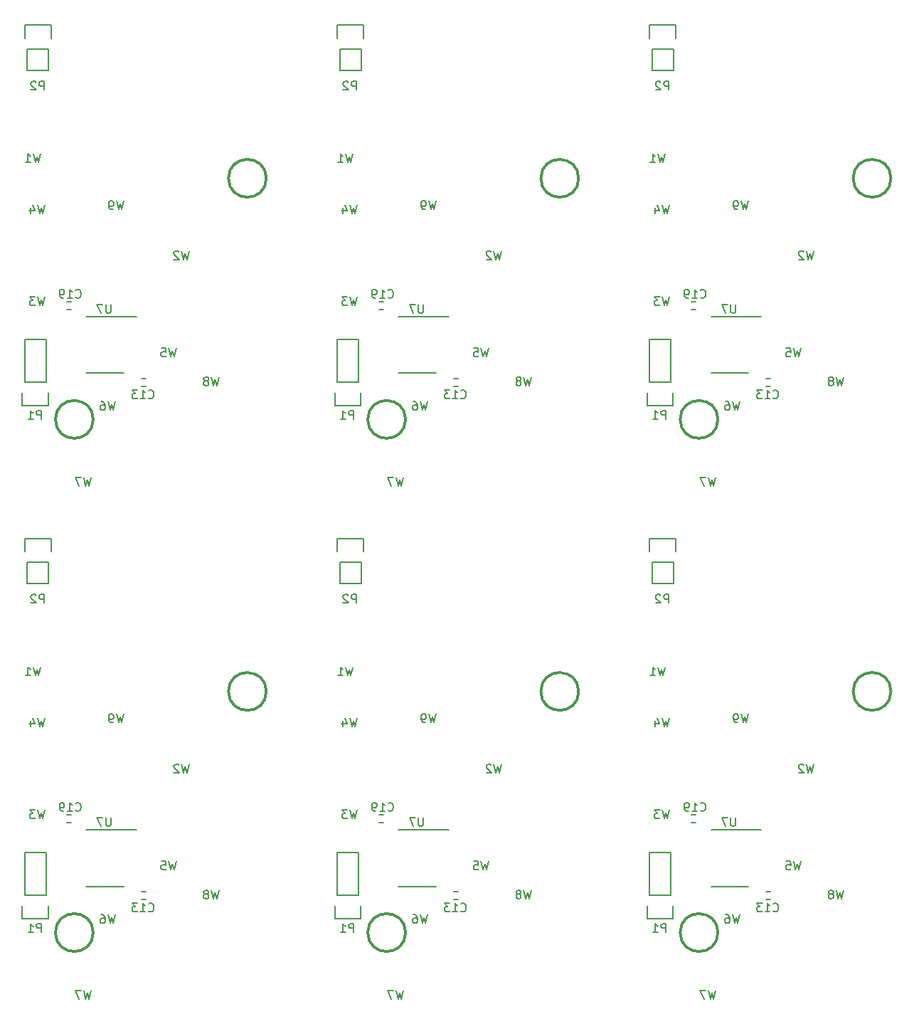
<source format=gbr>
G04 #@! TF.FileFunction,Legend,Bot*
%FSLAX46Y46*%
G04 Gerber Fmt 4.6, Leading zero omitted, Abs format (unit mm)*
G04 Created by KiCad (PCBNEW 4.0.2+dfsg1-stable) date Mon 02 May 2016 01:19:17 PM EDT*
%MOMM*%
G01*
G04 APERTURE LIST*
%ADD10C,0.100000*%
%ADD11C,0.307000*%
%ADD12C,0.150000*%
%ADD13C,0.127000*%
G04 APERTURE END LIST*
D10*
D11*
X116951000Y-92473000D02*
G75*
G03X116951000Y-92473000I-2250000J0D01*
G01*
X96351000Y-121163000D02*
G75*
G03X96351000Y-121163000I-2250000J0D01*
G01*
D12*
X99980000Y-115662400D02*
X95530000Y-115662400D01*
X101505000Y-108912400D02*
X95530000Y-108912400D01*
X93734200Y-108088200D02*
X93234200Y-108088200D01*
X93234200Y-107138200D02*
X93734200Y-107138200D01*
X102573400Y-117232200D02*
X102073400Y-117232200D01*
X102073400Y-116282200D02*
X102573400Y-116282200D01*
X88505800Y-77082400D02*
X88505800Y-79622400D01*
X88225800Y-74262400D02*
X88225800Y-75812400D01*
X88505800Y-77082400D02*
X91045800Y-77082400D01*
X91325800Y-75812400D02*
X91325800Y-74262400D01*
X91325800Y-74262400D02*
X88225800Y-74262400D01*
X91045800Y-77082400D02*
X91045800Y-79622400D01*
X91045800Y-79622400D02*
X88505800Y-79622400D01*
X88201000Y-116706400D02*
X88201000Y-111626400D01*
X88201000Y-111626400D02*
X90741000Y-111626400D01*
X90741000Y-111626400D02*
X90741000Y-116706400D01*
X91021000Y-119526400D02*
X91021000Y-117976400D01*
X90741000Y-116706400D02*
X88201000Y-116706400D01*
X87921000Y-117976400D02*
X87921000Y-119526400D01*
X87921000Y-119526400D02*
X91021000Y-119526400D01*
D11*
X116951000Y-31418000D02*
G75*
G03X116951000Y-31418000I-2250000J0D01*
G01*
X96351000Y-60108000D02*
G75*
G03X96351000Y-60108000I-2250000J0D01*
G01*
D12*
X99980000Y-54607400D02*
X95530000Y-54607400D01*
X101505000Y-47857400D02*
X95530000Y-47857400D01*
X93734200Y-47033200D02*
X93234200Y-47033200D01*
X93234200Y-46083200D02*
X93734200Y-46083200D01*
X102573400Y-56177200D02*
X102073400Y-56177200D01*
X102073400Y-55227200D02*
X102573400Y-55227200D01*
X88505800Y-16027400D02*
X88505800Y-18567400D01*
X88225800Y-13207400D02*
X88225800Y-14757400D01*
X88505800Y-16027400D02*
X91045800Y-16027400D01*
X91325800Y-14757400D02*
X91325800Y-13207400D01*
X91325800Y-13207400D02*
X88225800Y-13207400D01*
X91045800Y-16027400D02*
X91045800Y-18567400D01*
X91045800Y-18567400D02*
X88505800Y-18567400D01*
X88201000Y-55651400D02*
X88201000Y-50571400D01*
X88201000Y-50571400D02*
X90741000Y-50571400D01*
X90741000Y-50571400D02*
X90741000Y-55651400D01*
X91021000Y-58471400D02*
X91021000Y-56921400D01*
X90741000Y-55651400D02*
X88201000Y-55651400D01*
X87921000Y-56921400D02*
X87921000Y-58471400D01*
X87921000Y-58471400D02*
X91021000Y-58471400D01*
D11*
X79772000Y-92473000D02*
G75*
G03X79772000Y-92473000I-2250000J0D01*
G01*
X59172000Y-121163000D02*
G75*
G03X59172000Y-121163000I-2250000J0D01*
G01*
D12*
X62801000Y-115662400D02*
X58351000Y-115662400D01*
X64326000Y-108912400D02*
X58351000Y-108912400D01*
X56555200Y-108088200D02*
X56055200Y-108088200D01*
X56055200Y-107138200D02*
X56555200Y-107138200D01*
X65394400Y-117232200D02*
X64894400Y-117232200D01*
X64894400Y-116282200D02*
X65394400Y-116282200D01*
X51326800Y-77082400D02*
X51326800Y-79622400D01*
X51046800Y-74262400D02*
X51046800Y-75812400D01*
X51326800Y-77082400D02*
X53866800Y-77082400D01*
X54146800Y-75812400D02*
X54146800Y-74262400D01*
X54146800Y-74262400D02*
X51046800Y-74262400D01*
X53866800Y-77082400D02*
X53866800Y-79622400D01*
X53866800Y-79622400D02*
X51326800Y-79622400D01*
X51022000Y-116706400D02*
X51022000Y-111626400D01*
X51022000Y-111626400D02*
X53562000Y-111626400D01*
X53562000Y-111626400D02*
X53562000Y-116706400D01*
X53842000Y-119526400D02*
X53842000Y-117976400D01*
X53562000Y-116706400D02*
X51022000Y-116706400D01*
X50742000Y-117976400D02*
X50742000Y-119526400D01*
X50742000Y-119526400D02*
X53842000Y-119526400D01*
D11*
X79772000Y-31418000D02*
G75*
G03X79772000Y-31418000I-2250000J0D01*
G01*
X59172000Y-60108000D02*
G75*
G03X59172000Y-60108000I-2250000J0D01*
G01*
D12*
X62801000Y-54607400D02*
X58351000Y-54607400D01*
X64326000Y-47857400D02*
X58351000Y-47857400D01*
X56555200Y-47033200D02*
X56055200Y-47033200D01*
X56055200Y-46083200D02*
X56555200Y-46083200D01*
X65394400Y-56177200D02*
X64894400Y-56177200D01*
X64894400Y-55227200D02*
X65394400Y-55227200D01*
X51326800Y-16027400D02*
X51326800Y-18567400D01*
X51046800Y-13207400D02*
X51046800Y-14757400D01*
X51326800Y-16027400D02*
X53866800Y-16027400D01*
X54146800Y-14757400D02*
X54146800Y-13207400D01*
X54146800Y-13207400D02*
X51046800Y-13207400D01*
X53866800Y-16027400D02*
X53866800Y-18567400D01*
X53866800Y-18567400D02*
X51326800Y-18567400D01*
X51022000Y-55651400D02*
X51022000Y-50571400D01*
X51022000Y-50571400D02*
X53562000Y-50571400D01*
X53562000Y-50571400D02*
X53562000Y-55651400D01*
X53842000Y-58471400D02*
X53842000Y-56921400D01*
X53562000Y-55651400D02*
X51022000Y-55651400D01*
X50742000Y-56921400D02*
X50742000Y-58471400D01*
X50742000Y-58471400D02*
X53842000Y-58471400D01*
D11*
X42593000Y-92473000D02*
G75*
G03X42593000Y-92473000I-2250000J0D01*
G01*
X21993000Y-121163000D02*
G75*
G03X21993000Y-121163000I-2250000J0D01*
G01*
D12*
X25622000Y-115662400D02*
X21172000Y-115662400D01*
X27147000Y-108912400D02*
X21172000Y-108912400D01*
X19376200Y-108088200D02*
X18876200Y-108088200D01*
X18876200Y-107138200D02*
X19376200Y-107138200D01*
X28215400Y-117232200D02*
X27715400Y-117232200D01*
X27715400Y-116282200D02*
X28215400Y-116282200D01*
X14147800Y-77082400D02*
X14147800Y-79622400D01*
X13867800Y-74262400D02*
X13867800Y-75812400D01*
X14147800Y-77082400D02*
X16687800Y-77082400D01*
X16967800Y-75812400D02*
X16967800Y-74262400D01*
X16967800Y-74262400D02*
X13867800Y-74262400D01*
X16687800Y-77082400D02*
X16687800Y-79622400D01*
X16687800Y-79622400D02*
X14147800Y-79622400D01*
X13843000Y-116706400D02*
X13843000Y-111626400D01*
X13843000Y-111626400D02*
X16383000Y-111626400D01*
X16383000Y-111626400D02*
X16383000Y-116706400D01*
X16663000Y-119526400D02*
X16663000Y-117976400D01*
X16383000Y-116706400D02*
X13843000Y-116706400D01*
X13563000Y-117976400D02*
X13563000Y-119526400D01*
X13563000Y-119526400D02*
X16663000Y-119526400D01*
X13843000Y-55651400D02*
X13843000Y-50571400D01*
X13843000Y-50571400D02*
X16383000Y-50571400D01*
X16383000Y-50571400D02*
X16383000Y-55651400D01*
X16663000Y-58471400D02*
X16663000Y-56921400D01*
X16383000Y-55651400D02*
X13843000Y-55651400D01*
X13563000Y-56921400D02*
X13563000Y-58471400D01*
X13563000Y-58471400D02*
X16663000Y-58471400D01*
X14147800Y-16027400D02*
X14147800Y-18567400D01*
X13867800Y-13207400D02*
X13867800Y-14757400D01*
X14147800Y-16027400D02*
X16687800Y-16027400D01*
X16967800Y-14757400D02*
X16967800Y-13207400D01*
X16967800Y-13207400D02*
X13867800Y-13207400D01*
X16687800Y-16027400D02*
X16687800Y-18567400D01*
X16687800Y-18567400D02*
X14147800Y-18567400D01*
X28215400Y-56177200D02*
X27715400Y-56177200D01*
X27715400Y-55227200D02*
X28215400Y-55227200D01*
X19376200Y-47033200D02*
X18876200Y-47033200D01*
X18876200Y-46083200D02*
X19376200Y-46083200D01*
X25622000Y-54607400D02*
X21172000Y-54607400D01*
X27147000Y-47857400D02*
X21172000Y-47857400D01*
D11*
X42593000Y-31418000D02*
G75*
G03X42593000Y-31418000I-2250000J0D01*
G01*
X21993000Y-60108000D02*
G75*
G03X21993000Y-60108000I-2250000J0D01*
G01*
D12*
X90070962Y-89590381D02*
X89832867Y-90590381D01*
X89642390Y-89876095D01*
X89451914Y-90590381D01*
X89213819Y-89590381D01*
X88309057Y-90590381D02*
X88880486Y-90590381D01*
X88594772Y-90590381D02*
X88594772Y-89590381D01*
X88690010Y-89733238D01*
X88785248Y-89828476D01*
X88880486Y-89876095D01*
D13*
X98449295Y-107488619D02*
X98449295Y-108311095D01*
X98400914Y-108407857D01*
X98352533Y-108456238D01*
X98255771Y-108504619D01*
X98062248Y-108504619D01*
X97965486Y-108456238D01*
X97917105Y-108407857D01*
X97868724Y-108311095D01*
X97868724Y-107488619D01*
X97481676Y-107488619D02*
X96804343Y-107488619D01*
X97239771Y-108504619D01*
X99991438Y-95169619D02*
X99749533Y-96185619D01*
X99556010Y-95459905D01*
X99362486Y-96185619D01*
X99120581Y-95169619D01*
X98685152Y-96185619D02*
X98491628Y-96185619D01*
X98394867Y-96137238D01*
X98346486Y-96088857D01*
X98249724Y-95943714D01*
X98201343Y-95750190D01*
X98201343Y-95363143D01*
X98249724Y-95266381D01*
X98298105Y-95218000D01*
X98394867Y-95169619D01*
X98588390Y-95169619D01*
X98685152Y-95218000D01*
X98733533Y-95266381D01*
X98781914Y-95363143D01*
X98781914Y-95605048D01*
X98733533Y-95701810D01*
X98685152Y-95750190D01*
X98588390Y-95798571D01*
X98394867Y-95798571D01*
X98298105Y-95750190D01*
X98249724Y-95701810D01*
X98201343Y-95605048D01*
X90593438Y-106599619D02*
X90351533Y-107615619D01*
X90158010Y-106889905D01*
X89964486Y-107615619D01*
X89722581Y-106599619D01*
X89432295Y-106599619D02*
X88803343Y-106599619D01*
X89142009Y-106986667D01*
X88996867Y-106986667D01*
X88900105Y-107035048D01*
X88851724Y-107083429D01*
X88803343Y-107180190D01*
X88803343Y-107422095D01*
X88851724Y-107518857D01*
X88900105Y-107567238D01*
X88996867Y-107615619D01*
X89287152Y-107615619D01*
X89383914Y-107567238D01*
X89432295Y-107518857D01*
X94264343Y-106629857D02*
X94312724Y-106678238D01*
X94457867Y-106726619D01*
X94554629Y-106726619D01*
X94699771Y-106678238D01*
X94796533Y-106581476D01*
X94844914Y-106484714D01*
X94893295Y-106291190D01*
X94893295Y-106146048D01*
X94844914Y-105952524D01*
X94796533Y-105855762D01*
X94699771Y-105759000D01*
X94554629Y-105710619D01*
X94457867Y-105710619D01*
X94312724Y-105759000D01*
X94264343Y-105807381D01*
X93296724Y-106726619D02*
X93877295Y-106726619D01*
X93587009Y-106726619D02*
X93587009Y-105710619D01*
X93683771Y-105855762D01*
X93780533Y-105952524D01*
X93877295Y-106000905D01*
X92812914Y-106726619D02*
X92619390Y-106726619D01*
X92522629Y-106678238D01*
X92474248Y-106629857D01*
X92377486Y-106484714D01*
X92329105Y-106291190D01*
X92329105Y-105904143D01*
X92377486Y-105807381D01*
X92425867Y-105759000D01*
X92522629Y-105710619D01*
X92716152Y-105710619D01*
X92812914Y-105759000D01*
X92861295Y-105807381D01*
X92909676Y-105904143D01*
X92909676Y-106146048D01*
X92861295Y-106242810D01*
X92812914Y-106291190D01*
X92716152Y-106339571D01*
X92522629Y-106339571D01*
X92425867Y-106291190D01*
X92377486Y-106242810D01*
X92329105Y-106146048D01*
X102925743Y-118593257D02*
X102974124Y-118641638D01*
X103119267Y-118690019D01*
X103216029Y-118690019D01*
X103361171Y-118641638D01*
X103457933Y-118544876D01*
X103506314Y-118448114D01*
X103554695Y-118254590D01*
X103554695Y-118109448D01*
X103506314Y-117915924D01*
X103457933Y-117819162D01*
X103361171Y-117722400D01*
X103216029Y-117674019D01*
X103119267Y-117674019D01*
X102974124Y-117722400D01*
X102925743Y-117770781D01*
X101958124Y-118690019D02*
X102538695Y-118690019D01*
X102248409Y-118690019D02*
X102248409Y-117674019D01*
X102345171Y-117819162D01*
X102441933Y-117915924D01*
X102538695Y-117964305D01*
X101619457Y-117674019D02*
X100990505Y-117674019D01*
X101329171Y-118061067D01*
X101184029Y-118061067D01*
X101087267Y-118109448D01*
X101038886Y-118157829D01*
X100990505Y-118254590D01*
X100990505Y-118496495D01*
X101038886Y-118593257D01*
X101087267Y-118641638D01*
X101184029Y-118690019D01*
X101474314Y-118690019D01*
X101571076Y-118641638D01*
X101619457Y-118593257D01*
X90474904Y-81961619D02*
X90474904Y-80945619D01*
X90087857Y-80945619D01*
X89991095Y-80994000D01*
X89942714Y-81042381D01*
X89894333Y-81139143D01*
X89894333Y-81284286D01*
X89942714Y-81381048D01*
X89991095Y-81429429D01*
X90087857Y-81477810D01*
X90474904Y-81477810D01*
X89507285Y-81042381D02*
X89458904Y-80994000D01*
X89362142Y-80945619D01*
X89120238Y-80945619D01*
X89023476Y-80994000D01*
X88975095Y-81042381D01*
X88926714Y-81139143D01*
X88926714Y-81235905D01*
X88975095Y-81381048D01*
X89555666Y-81961619D01*
X88926714Y-81961619D01*
X111294438Y-116124619D02*
X111052533Y-117140619D01*
X110859010Y-116414905D01*
X110665486Y-117140619D01*
X110423581Y-116124619D01*
X109891390Y-116560048D02*
X109988152Y-116511667D01*
X110036533Y-116463286D01*
X110084914Y-116366524D01*
X110084914Y-116318143D01*
X110036533Y-116221381D01*
X109988152Y-116173000D01*
X109891390Y-116124619D01*
X109697867Y-116124619D01*
X109601105Y-116173000D01*
X109552724Y-116221381D01*
X109504343Y-116318143D01*
X109504343Y-116366524D01*
X109552724Y-116463286D01*
X109601105Y-116511667D01*
X109697867Y-116560048D01*
X109891390Y-116560048D01*
X109988152Y-116608429D01*
X110036533Y-116656810D01*
X110084914Y-116753571D01*
X110084914Y-116947095D01*
X110036533Y-117043857D01*
X109988152Y-117092238D01*
X109891390Y-117140619D01*
X109697867Y-117140619D01*
X109601105Y-117092238D01*
X109552724Y-117043857D01*
X109504343Y-116947095D01*
X109504343Y-116753571D01*
X109552724Y-116656810D01*
X109601105Y-116608429D01*
X109697867Y-116560048D01*
X96079838Y-128062619D02*
X95837933Y-129078619D01*
X95644410Y-128352905D01*
X95450886Y-129078619D01*
X95208981Y-128062619D01*
X94918695Y-128062619D02*
X94241362Y-128062619D01*
X94676790Y-129078619D01*
X98975438Y-119045619D02*
X98733533Y-120061619D01*
X98540010Y-119335905D01*
X98346486Y-120061619D01*
X98104581Y-119045619D01*
X97282105Y-119045619D02*
X97475628Y-119045619D01*
X97572390Y-119094000D01*
X97620771Y-119142381D01*
X97717533Y-119287524D01*
X97765914Y-119481048D01*
X97765914Y-119868095D01*
X97717533Y-119964857D01*
X97669152Y-120013238D01*
X97572390Y-120061619D01*
X97378867Y-120061619D01*
X97282105Y-120013238D01*
X97233724Y-119964857D01*
X97185343Y-119868095D01*
X97185343Y-119626190D01*
X97233724Y-119529429D01*
X97282105Y-119481048D01*
X97378867Y-119432667D01*
X97572390Y-119432667D01*
X97669152Y-119481048D01*
X97717533Y-119529429D01*
X97765914Y-119626190D01*
X106214438Y-112695619D02*
X105972533Y-113711619D01*
X105779010Y-112985905D01*
X105585486Y-113711619D01*
X105343581Y-112695619D01*
X104472724Y-112695619D02*
X104956533Y-112695619D01*
X105004914Y-113179429D01*
X104956533Y-113131048D01*
X104859771Y-113082667D01*
X104617867Y-113082667D01*
X104521105Y-113131048D01*
X104472724Y-113179429D01*
X104424343Y-113276190D01*
X104424343Y-113518095D01*
X104472724Y-113614857D01*
X104521105Y-113663238D01*
X104617867Y-113711619D01*
X104859771Y-113711619D01*
X104956533Y-113663238D01*
X105004914Y-113614857D01*
X90593438Y-95677619D02*
X90351533Y-96693619D01*
X90158010Y-95967905D01*
X89964486Y-96693619D01*
X89722581Y-95677619D01*
X88900105Y-96016286D02*
X88900105Y-96693619D01*
X89142009Y-95629238D02*
X89383914Y-96354952D01*
X88754962Y-96354952D01*
X107738438Y-101138619D02*
X107496533Y-102154619D01*
X107303010Y-101428905D01*
X107109486Y-102154619D01*
X106867581Y-101138619D01*
X106528914Y-101235381D02*
X106480533Y-101187000D01*
X106383771Y-101138619D01*
X106141867Y-101138619D01*
X106045105Y-101187000D01*
X105996724Y-101235381D01*
X105948343Y-101332143D01*
X105948343Y-101428905D01*
X105996724Y-101574048D01*
X106577295Y-102154619D01*
X105948343Y-102154619D01*
X90170104Y-121128419D02*
X90170104Y-120112419D01*
X89783057Y-120112419D01*
X89686295Y-120160800D01*
X89637914Y-120209181D01*
X89589533Y-120305943D01*
X89589533Y-120451086D01*
X89637914Y-120547848D01*
X89686295Y-120596229D01*
X89783057Y-120644610D01*
X90170104Y-120644610D01*
X88621914Y-121128419D02*
X89202485Y-121128419D01*
X88912199Y-121128419D02*
X88912199Y-120112419D01*
X89008961Y-120257562D01*
X89105723Y-120354324D01*
X89202485Y-120402705D01*
D12*
X90070962Y-28535381D02*
X89832867Y-29535381D01*
X89642390Y-28821095D01*
X89451914Y-29535381D01*
X89213819Y-28535381D01*
X88309057Y-29535381D02*
X88880486Y-29535381D01*
X88594772Y-29535381D02*
X88594772Y-28535381D01*
X88690010Y-28678238D01*
X88785248Y-28773476D01*
X88880486Y-28821095D01*
D13*
X98449295Y-46433619D02*
X98449295Y-47256095D01*
X98400914Y-47352857D01*
X98352533Y-47401238D01*
X98255771Y-47449619D01*
X98062248Y-47449619D01*
X97965486Y-47401238D01*
X97917105Y-47352857D01*
X97868724Y-47256095D01*
X97868724Y-46433619D01*
X97481676Y-46433619D02*
X96804343Y-46433619D01*
X97239771Y-47449619D01*
X99991438Y-34114619D02*
X99749533Y-35130619D01*
X99556010Y-34404905D01*
X99362486Y-35130619D01*
X99120581Y-34114619D01*
X98685152Y-35130619D02*
X98491628Y-35130619D01*
X98394867Y-35082238D01*
X98346486Y-35033857D01*
X98249724Y-34888714D01*
X98201343Y-34695190D01*
X98201343Y-34308143D01*
X98249724Y-34211381D01*
X98298105Y-34163000D01*
X98394867Y-34114619D01*
X98588390Y-34114619D01*
X98685152Y-34163000D01*
X98733533Y-34211381D01*
X98781914Y-34308143D01*
X98781914Y-34550048D01*
X98733533Y-34646810D01*
X98685152Y-34695190D01*
X98588390Y-34743571D01*
X98394867Y-34743571D01*
X98298105Y-34695190D01*
X98249724Y-34646810D01*
X98201343Y-34550048D01*
X90593438Y-45544619D02*
X90351533Y-46560619D01*
X90158010Y-45834905D01*
X89964486Y-46560619D01*
X89722581Y-45544619D01*
X89432295Y-45544619D02*
X88803343Y-45544619D01*
X89142009Y-45931667D01*
X88996867Y-45931667D01*
X88900105Y-45980048D01*
X88851724Y-46028429D01*
X88803343Y-46125190D01*
X88803343Y-46367095D01*
X88851724Y-46463857D01*
X88900105Y-46512238D01*
X88996867Y-46560619D01*
X89287152Y-46560619D01*
X89383914Y-46512238D01*
X89432295Y-46463857D01*
X94264343Y-45574857D02*
X94312724Y-45623238D01*
X94457867Y-45671619D01*
X94554629Y-45671619D01*
X94699771Y-45623238D01*
X94796533Y-45526476D01*
X94844914Y-45429714D01*
X94893295Y-45236190D01*
X94893295Y-45091048D01*
X94844914Y-44897524D01*
X94796533Y-44800762D01*
X94699771Y-44704000D01*
X94554629Y-44655619D01*
X94457867Y-44655619D01*
X94312724Y-44704000D01*
X94264343Y-44752381D01*
X93296724Y-45671619D02*
X93877295Y-45671619D01*
X93587009Y-45671619D02*
X93587009Y-44655619D01*
X93683771Y-44800762D01*
X93780533Y-44897524D01*
X93877295Y-44945905D01*
X92812914Y-45671619D02*
X92619390Y-45671619D01*
X92522629Y-45623238D01*
X92474248Y-45574857D01*
X92377486Y-45429714D01*
X92329105Y-45236190D01*
X92329105Y-44849143D01*
X92377486Y-44752381D01*
X92425867Y-44704000D01*
X92522629Y-44655619D01*
X92716152Y-44655619D01*
X92812914Y-44704000D01*
X92861295Y-44752381D01*
X92909676Y-44849143D01*
X92909676Y-45091048D01*
X92861295Y-45187810D01*
X92812914Y-45236190D01*
X92716152Y-45284571D01*
X92522629Y-45284571D01*
X92425867Y-45236190D01*
X92377486Y-45187810D01*
X92329105Y-45091048D01*
X102925743Y-57538257D02*
X102974124Y-57586638D01*
X103119267Y-57635019D01*
X103216029Y-57635019D01*
X103361171Y-57586638D01*
X103457933Y-57489876D01*
X103506314Y-57393114D01*
X103554695Y-57199590D01*
X103554695Y-57054448D01*
X103506314Y-56860924D01*
X103457933Y-56764162D01*
X103361171Y-56667400D01*
X103216029Y-56619019D01*
X103119267Y-56619019D01*
X102974124Y-56667400D01*
X102925743Y-56715781D01*
X101958124Y-57635019D02*
X102538695Y-57635019D01*
X102248409Y-57635019D02*
X102248409Y-56619019D01*
X102345171Y-56764162D01*
X102441933Y-56860924D01*
X102538695Y-56909305D01*
X101619457Y-56619019D02*
X100990505Y-56619019D01*
X101329171Y-57006067D01*
X101184029Y-57006067D01*
X101087267Y-57054448D01*
X101038886Y-57102829D01*
X100990505Y-57199590D01*
X100990505Y-57441495D01*
X101038886Y-57538257D01*
X101087267Y-57586638D01*
X101184029Y-57635019D01*
X101474314Y-57635019D01*
X101571076Y-57586638D01*
X101619457Y-57538257D01*
X90474904Y-20906619D02*
X90474904Y-19890619D01*
X90087857Y-19890619D01*
X89991095Y-19939000D01*
X89942714Y-19987381D01*
X89894333Y-20084143D01*
X89894333Y-20229286D01*
X89942714Y-20326048D01*
X89991095Y-20374429D01*
X90087857Y-20422810D01*
X90474904Y-20422810D01*
X89507285Y-19987381D02*
X89458904Y-19939000D01*
X89362142Y-19890619D01*
X89120238Y-19890619D01*
X89023476Y-19939000D01*
X88975095Y-19987381D01*
X88926714Y-20084143D01*
X88926714Y-20180905D01*
X88975095Y-20326048D01*
X89555666Y-20906619D01*
X88926714Y-20906619D01*
X111294438Y-55069619D02*
X111052533Y-56085619D01*
X110859010Y-55359905D01*
X110665486Y-56085619D01*
X110423581Y-55069619D01*
X109891390Y-55505048D02*
X109988152Y-55456667D01*
X110036533Y-55408286D01*
X110084914Y-55311524D01*
X110084914Y-55263143D01*
X110036533Y-55166381D01*
X109988152Y-55118000D01*
X109891390Y-55069619D01*
X109697867Y-55069619D01*
X109601105Y-55118000D01*
X109552724Y-55166381D01*
X109504343Y-55263143D01*
X109504343Y-55311524D01*
X109552724Y-55408286D01*
X109601105Y-55456667D01*
X109697867Y-55505048D01*
X109891390Y-55505048D01*
X109988152Y-55553429D01*
X110036533Y-55601810D01*
X110084914Y-55698571D01*
X110084914Y-55892095D01*
X110036533Y-55988857D01*
X109988152Y-56037238D01*
X109891390Y-56085619D01*
X109697867Y-56085619D01*
X109601105Y-56037238D01*
X109552724Y-55988857D01*
X109504343Y-55892095D01*
X109504343Y-55698571D01*
X109552724Y-55601810D01*
X109601105Y-55553429D01*
X109697867Y-55505048D01*
X96079838Y-67007619D02*
X95837933Y-68023619D01*
X95644410Y-67297905D01*
X95450886Y-68023619D01*
X95208981Y-67007619D01*
X94918695Y-67007619D02*
X94241362Y-67007619D01*
X94676790Y-68023619D01*
X98975438Y-57990619D02*
X98733533Y-59006619D01*
X98540010Y-58280905D01*
X98346486Y-59006619D01*
X98104581Y-57990619D01*
X97282105Y-57990619D02*
X97475628Y-57990619D01*
X97572390Y-58039000D01*
X97620771Y-58087381D01*
X97717533Y-58232524D01*
X97765914Y-58426048D01*
X97765914Y-58813095D01*
X97717533Y-58909857D01*
X97669152Y-58958238D01*
X97572390Y-59006619D01*
X97378867Y-59006619D01*
X97282105Y-58958238D01*
X97233724Y-58909857D01*
X97185343Y-58813095D01*
X97185343Y-58571190D01*
X97233724Y-58474429D01*
X97282105Y-58426048D01*
X97378867Y-58377667D01*
X97572390Y-58377667D01*
X97669152Y-58426048D01*
X97717533Y-58474429D01*
X97765914Y-58571190D01*
X106214438Y-51640619D02*
X105972533Y-52656619D01*
X105779010Y-51930905D01*
X105585486Y-52656619D01*
X105343581Y-51640619D01*
X104472724Y-51640619D02*
X104956533Y-51640619D01*
X105004914Y-52124429D01*
X104956533Y-52076048D01*
X104859771Y-52027667D01*
X104617867Y-52027667D01*
X104521105Y-52076048D01*
X104472724Y-52124429D01*
X104424343Y-52221190D01*
X104424343Y-52463095D01*
X104472724Y-52559857D01*
X104521105Y-52608238D01*
X104617867Y-52656619D01*
X104859771Y-52656619D01*
X104956533Y-52608238D01*
X105004914Y-52559857D01*
X90593438Y-34622619D02*
X90351533Y-35638619D01*
X90158010Y-34912905D01*
X89964486Y-35638619D01*
X89722581Y-34622619D01*
X88900105Y-34961286D02*
X88900105Y-35638619D01*
X89142009Y-34574238D02*
X89383914Y-35299952D01*
X88754962Y-35299952D01*
X107738438Y-40083619D02*
X107496533Y-41099619D01*
X107303010Y-40373905D01*
X107109486Y-41099619D01*
X106867581Y-40083619D01*
X106528914Y-40180381D02*
X106480533Y-40132000D01*
X106383771Y-40083619D01*
X106141867Y-40083619D01*
X106045105Y-40132000D01*
X105996724Y-40180381D01*
X105948343Y-40277143D01*
X105948343Y-40373905D01*
X105996724Y-40519048D01*
X106577295Y-41099619D01*
X105948343Y-41099619D01*
X90170104Y-60073419D02*
X90170104Y-59057419D01*
X89783057Y-59057419D01*
X89686295Y-59105800D01*
X89637914Y-59154181D01*
X89589533Y-59250943D01*
X89589533Y-59396086D01*
X89637914Y-59492848D01*
X89686295Y-59541229D01*
X89783057Y-59589610D01*
X90170104Y-59589610D01*
X88621914Y-60073419D02*
X89202485Y-60073419D01*
X88912199Y-60073419D02*
X88912199Y-59057419D01*
X89008961Y-59202562D01*
X89105723Y-59299324D01*
X89202485Y-59347705D01*
D12*
X52891962Y-89590381D02*
X52653867Y-90590381D01*
X52463390Y-89876095D01*
X52272914Y-90590381D01*
X52034819Y-89590381D01*
X51130057Y-90590381D02*
X51701486Y-90590381D01*
X51415772Y-90590381D02*
X51415772Y-89590381D01*
X51511010Y-89733238D01*
X51606248Y-89828476D01*
X51701486Y-89876095D01*
D13*
X61270295Y-107488619D02*
X61270295Y-108311095D01*
X61221914Y-108407857D01*
X61173533Y-108456238D01*
X61076771Y-108504619D01*
X60883248Y-108504619D01*
X60786486Y-108456238D01*
X60738105Y-108407857D01*
X60689724Y-108311095D01*
X60689724Y-107488619D01*
X60302676Y-107488619D02*
X59625343Y-107488619D01*
X60060771Y-108504619D01*
X62812438Y-95169619D02*
X62570533Y-96185619D01*
X62377010Y-95459905D01*
X62183486Y-96185619D01*
X61941581Y-95169619D01*
X61506152Y-96185619D02*
X61312628Y-96185619D01*
X61215867Y-96137238D01*
X61167486Y-96088857D01*
X61070724Y-95943714D01*
X61022343Y-95750190D01*
X61022343Y-95363143D01*
X61070724Y-95266381D01*
X61119105Y-95218000D01*
X61215867Y-95169619D01*
X61409390Y-95169619D01*
X61506152Y-95218000D01*
X61554533Y-95266381D01*
X61602914Y-95363143D01*
X61602914Y-95605048D01*
X61554533Y-95701810D01*
X61506152Y-95750190D01*
X61409390Y-95798571D01*
X61215867Y-95798571D01*
X61119105Y-95750190D01*
X61070724Y-95701810D01*
X61022343Y-95605048D01*
X53414438Y-106599619D02*
X53172533Y-107615619D01*
X52979010Y-106889905D01*
X52785486Y-107615619D01*
X52543581Y-106599619D01*
X52253295Y-106599619D02*
X51624343Y-106599619D01*
X51963009Y-106986667D01*
X51817867Y-106986667D01*
X51721105Y-107035048D01*
X51672724Y-107083429D01*
X51624343Y-107180190D01*
X51624343Y-107422095D01*
X51672724Y-107518857D01*
X51721105Y-107567238D01*
X51817867Y-107615619D01*
X52108152Y-107615619D01*
X52204914Y-107567238D01*
X52253295Y-107518857D01*
X57085343Y-106629857D02*
X57133724Y-106678238D01*
X57278867Y-106726619D01*
X57375629Y-106726619D01*
X57520771Y-106678238D01*
X57617533Y-106581476D01*
X57665914Y-106484714D01*
X57714295Y-106291190D01*
X57714295Y-106146048D01*
X57665914Y-105952524D01*
X57617533Y-105855762D01*
X57520771Y-105759000D01*
X57375629Y-105710619D01*
X57278867Y-105710619D01*
X57133724Y-105759000D01*
X57085343Y-105807381D01*
X56117724Y-106726619D02*
X56698295Y-106726619D01*
X56408009Y-106726619D02*
X56408009Y-105710619D01*
X56504771Y-105855762D01*
X56601533Y-105952524D01*
X56698295Y-106000905D01*
X55633914Y-106726619D02*
X55440390Y-106726619D01*
X55343629Y-106678238D01*
X55295248Y-106629857D01*
X55198486Y-106484714D01*
X55150105Y-106291190D01*
X55150105Y-105904143D01*
X55198486Y-105807381D01*
X55246867Y-105759000D01*
X55343629Y-105710619D01*
X55537152Y-105710619D01*
X55633914Y-105759000D01*
X55682295Y-105807381D01*
X55730676Y-105904143D01*
X55730676Y-106146048D01*
X55682295Y-106242810D01*
X55633914Y-106291190D01*
X55537152Y-106339571D01*
X55343629Y-106339571D01*
X55246867Y-106291190D01*
X55198486Y-106242810D01*
X55150105Y-106146048D01*
X65746743Y-118593257D02*
X65795124Y-118641638D01*
X65940267Y-118690019D01*
X66037029Y-118690019D01*
X66182171Y-118641638D01*
X66278933Y-118544876D01*
X66327314Y-118448114D01*
X66375695Y-118254590D01*
X66375695Y-118109448D01*
X66327314Y-117915924D01*
X66278933Y-117819162D01*
X66182171Y-117722400D01*
X66037029Y-117674019D01*
X65940267Y-117674019D01*
X65795124Y-117722400D01*
X65746743Y-117770781D01*
X64779124Y-118690019D02*
X65359695Y-118690019D01*
X65069409Y-118690019D02*
X65069409Y-117674019D01*
X65166171Y-117819162D01*
X65262933Y-117915924D01*
X65359695Y-117964305D01*
X64440457Y-117674019D02*
X63811505Y-117674019D01*
X64150171Y-118061067D01*
X64005029Y-118061067D01*
X63908267Y-118109448D01*
X63859886Y-118157829D01*
X63811505Y-118254590D01*
X63811505Y-118496495D01*
X63859886Y-118593257D01*
X63908267Y-118641638D01*
X64005029Y-118690019D01*
X64295314Y-118690019D01*
X64392076Y-118641638D01*
X64440457Y-118593257D01*
X53295904Y-81961619D02*
X53295904Y-80945619D01*
X52908857Y-80945619D01*
X52812095Y-80994000D01*
X52763714Y-81042381D01*
X52715333Y-81139143D01*
X52715333Y-81284286D01*
X52763714Y-81381048D01*
X52812095Y-81429429D01*
X52908857Y-81477810D01*
X53295904Y-81477810D01*
X52328285Y-81042381D02*
X52279904Y-80994000D01*
X52183142Y-80945619D01*
X51941238Y-80945619D01*
X51844476Y-80994000D01*
X51796095Y-81042381D01*
X51747714Y-81139143D01*
X51747714Y-81235905D01*
X51796095Y-81381048D01*
X52376666Y-81961619D01*
X51747714Y-81961619D01*
X74115438Y-116124619D02*
X73873533Y-117140619D01*
X73680010Y-116414905D01*
X73486486Y-117140619D01*
X73244581Y-116124619D01*
X72712390Y-116560048D02*
X72809152Y-116511667D01*
X72857533Y-116463286D01*
X72905914Y-116366524D01*
X72905914Y-116318143D01*
X72857533Y-116221381D01*
X72809152Y-116173000D01*
X72712390Y-116124619D01*
X72518867Y-116124619D01*
X72422105Y-116173000D01*
X72373724Y-116221381D01*
X72325343Y-116318143D01*
X72325343Y-116366524D01*
X72373724Y-116463286D01*
X72422105Y-116511667D01*
X72518867Y-116560048D01*
X72712390Y-116560048D01*
X72809152Y-116608429D01*
X72857533Y-116656810D01*
X72905914Y-116753571D01*
X72905914Y-116947095D01*
X72857533Y-117043857D01*
X72809152Y-117092238D01*
X72712390Y-117140619D01*
X72518867Y-117140619D01*
X72422105Y-117092238D01*
X72373724Y-117043857D01*
X72325343Y-116947095D01*
X72325343Y-116753571D01*
X72373724Y-116656810D01*
X72422105Y-116608429D01*
X72518867Y-116560048D01*
X58900838Y-128062619D02*
X58658933Y-129078619D01*
X58465410Y-128352905D01*
X58271886Y-129078619D01*
X58029981Y-128062619D01*
X57739695Y-128062619D02*
X57062362Y-128062619D01*
X57497790Y-129078619D01*
X61796438Y-119045619D02*
X61554533Y-120061619D01*
X61361010Y-119335905D01*
X61167486Y-120061619D01*
X60925581Y-119045619D01*
X60103105Y-119045619D02*
X60296628Y-119045619D01*
X60393390Y-119094000D01*
X60441771Y-119142381D01*
X60538533Y-119287524D01*
X60586914Y-119481048D01*
X60586914Y-119868095D01*
X60538533Y-119964857D01*
X60490152Y-120013238D01*
X60393390Y-120061619D01*
X60199867Y-120061619D01*
X60103105Y-120013238D01*
X60054724Y-119964857D01*
X60006343Y-119868095D01*
X60006343Y-119626190D01*
X60054724Y-119529429D01*
X60103105Y-119481048D01*
X60199867Y-119432667D01*
X60393390Y-119432667D01*
X60490152Y-119481048D01*
X60538533Y-119529429D01*
X60586914Y-119626190D01*
X69035438Y-112695619D02*
X68793533Y-113711619D01*
X68600010Y-112985905D01*
X68406486Y-113711619D01*
X68164581Y-112695619D01*
X67293724Y-112695619D02*
X67777533Y-112695619D01*
X67825914Y-113179429D01*
X67777533Y-113131048D01*
X67680771Y-113082667D01*
X67438867Y-113082667D01*
X67342105Y-113131048D01*
X67293724Y-113179429D01*
X67245343Y-113276190D01*
X67245343Y-113518095D01*
X67293724Y-113614857D01*
X67342105Y-113663238D01*
X67438867Y-113711619D01*
X67680771Y-113711619D01*
X67777533Y-113663238D01*
X67825914Y-113614857D01*
X53414438Y-95677619D02*
X53172533Y-96693619D01*
X52979010Y-95967905D01*
X52785486Y-96693619D01*
X52543581Y-95677619D01*
X51721105Y-96016286D02*
X51721105Y-96693619D01*
X51963009Y-95629238D02*
X52204914Y-96354952D01*
X51575962Y-96354952D01*
X70559438Y-101138619D02*
X70317533Y-102154619D01*
X70124010Y-101428905D01*
X69930486Y-102154619D01*
X69688581Y-101138619D01*
X69349914Y-101235381D02*
X69301533Y-101187000D01*
X69204771Y-101138619D01*
X68962867Y-101138619D01*
X68866105Y-101187000D01*
X68817724Y-101235381D01*
X68769343Y-101332143D01*
X68769343Y-101428905D01*
X68817724Y-101574048D01*
X69398295Y-102154619D01*
X68769343Y-102154619D01*
X52991104Y-121128419D02*
X52991104Y-120112419D01*
X52604057Y-120112419D01*
X52507295Y-120160800D01*
X52458914Y-120209181D01*
X52410533Y-120305943D01*
X52410533Y-120451086D01*
X52458914Y-120547848D01*
X52507295Y-120596229D01*
X52604057Y-120644610D01*
X52991104Y-120644610D01*
X51442914Y-121128419D02*
X52023485Y-121128419D01*
X51733199Y-121128419D02*
X51733199Y-120112419D01*
X51829961Y-120257562D01*
X51926723Y-120354324D01*
X52023485Y-120402705D01*
D12*
X52891962Y-28535381D02*
X52653867Y-29535381D01*
X52463390Y-28821095D01*
X52272914Y-29535381D01*
X52034819Y-28535381D01*
X51130057Y-29535381D02*
X51701486Y-29535381D01*
X51415772Y-29535381D02*
X51415772Y-28535381D01*
X51511010Y-28678238D01*
X51606248Y-28773476D01*
X51701486Y-28821095D01*
D13*
X61270295Y-46433619D02*
X61270295Y-47256095D01*
X61221914Y-47352857D01*
X61173533Y-47401238D01*
X61076771Y-47449619D01*
X60883248Y-47449619D01*
X60786486Y-47401238D01*
X60738105Y-47352857D01*
X60689724Y-47256095D01*
X60689724Y-46433619D01*
X60302676Y-46433619D02*
X59625343Y-46433619D01*
X60060771Y-47449619D01*
X62812438Y-34114619D02*
X62570533Y-35130619D01*
X62377010Y-34404905D01*
X62183486Y-35130619D01*
X61941581Y-34114619D01*
X61506152Y-35130619D02*
X61312628Y-35130619D01*
X61215867Y-35082238D01*
X61167486Y-35033857D01*
X61070724Y-34888714D01*
X61022343Y-34695190D01*
X61022343Y-34308143D01*
X61070724Y-34211381D01*
X61119105Y-34163000D01*
X61215867Y-34114619D01*
X61409390Y-34114619D01*
X61506152Y-34163000D01*
X61554533Y-34211381D01*
X61602914Y-34308143D01*
X61602914Y-34550048D01*
X61554533Y-34646810D01*
X61506152Y-34695190D01*
X61409390Y-34743571D01*
X61215867Y-34743571D01*
X61119105Y-34695190D01*
X61070724Y-34646810D01*
X61022343Y-34550048D01*
X53414438Y-45544619D02*
X53172533Y-46560619D01*
X52979010Y-45834905D01*
X52785486Y-46560619D01*
X52543581Y-45544619D01*
X52253295Y-45544619D02*
X51624343Y-45544619D01*
X51963009Y-45931667D01*
X51817867Y-45931667D01*
X51721105Y-45980048D01*
X51672724Y-46028429D01*
X51624343Y-46125190D01*
X51624343Y-46367095D01*
X51672724Y-46463857D01*
X51721105Y-46512238D01*
X51817867Y-46560619D01*
X52108152Y-46560619D01*
X52204914Y-46512238D01*
X52253295Y-46463857D01*
X57085343Y-45574857D02*
X57133724Y-45623238D01*
X57278867Y-45671619D01*
X57375629Y-45671619D01*
X57520771Y-45623238D01*
X57617533Y-45526476D01*
X57665914Y-45429714D01*
X57714295Y-45236190D01*
X57714295Y-45091048D01*
X57665914Y-44897524D01*
X57617533Y-44800762D01*
X57520771Y-44704000D01*
X57375629Y-44655619D01*
X57278867Y-44655619D01*
X57133724Y-44704000D01*
X57085343Y-44752381D01*
X56117724Y-45671619D02*
X56698295Y-45671619D01*
X56408009Y-45671619D02*
X56408009Y-44655619D01*
X56504771Y-44800762D01*
X56601533Y-44897524D01*
X56698295Y-44945905D01*
X55633914Y-45671619D02*
X55440390Y-45671619D01*
X55343629Y-45623238D01*
X55295248Y-45574857D01*
X55198486Y-45429714D01*
X55150105Y-45236190D01*
X55150105Y-44849143D01*
X55198486Y-44752381D01*
X55246867Y-44704000D01*
X55343629Y-44655619D01*
X55537152Y-44655619D01*
X55633914Y-44704000D01*
X55682295Y-44752381D01*
X55730676Y-44849143D01*
X55730676Y-45091048D01*
X55682295Y-45187810D01*
X55633914Y-45236190D01*
X55537152Y-45284571D01*
X55343629Y-45284571D01*
X55246867Y-45236190D01*
X55198486Y-45187810D01*
X55150105Y-45091048D01*
X65746743Y-57538257D02*
X65795124Y-57586638D01*
X65940267Y-57635019D01*
X66037029Y-57635019D01*
X66182171Y-57586638D01*
X66278933Y-57489876D01*
X66327314Y-57393114D01*
X66375695Y-57199590D01*
X66375695Y-57054448D01*
X66327314Y-56860924D01*
X66278933Y-56764162D01*
X66182171Y-56667400D01*
X66037029Y-56619019D01*
X65940267Y-56619019D01*
X65795124Y-56667400D01*
X65746743Y-56715781D01*
X64779124Y-57635019D02*
X65359695Y-57635019D01*
X65069409Y-57635019D02*
X65069409Y-56619019D01*
X65166171Y-56764162D01*
X65262933Y-56860924D01*
X65359695Y-56909305D01*
X64440457Y-56619019D02*
X63811505Y-56619019D01*
X64150171Y-57006067D01*
X64005029Y-57006067D01*
X63908267Y-57054448D01*
X63859886Y-57102829D01*
X63811505Y-57199590D01*
X63811505Y-57441495D01*
X63859886Y-57538257D01*
X63908267Y-57586638D01*
X64005029Y-57635019D01*
X64295314Y-57635019D01*
X64392076Y-57586638D01*
X64440457Y-57538257D01*
X53295904Y-20906619D02*
X53295904Y-19890619D01*
X52908857Y-19890619D01*
X52812095Y-19939000D01*
X52763714Y-19987381D01*
X52715333Y-20084143D01*
X52715333Y-20229286D01*
X52763714Y-20326048D01*
X52812095Y-20374429D01*
X52908857Y-20422810D01*
X53295904Y-20422810D01*
X52328285Y-19987381D02*
X52279904Y-19939000D01*
X52183142Y-19890619D01*
X51941238Y-19890619D01*
X51844476Y-19939000D01*
X51796095Y-19987381D01*
X51747714Y-20084143D01*
X51747714Y-20180905D01*
X51796095Y-20326048D01*
X52376666Y-20906619D01*
X51747714Y-20906619D01*
X74115438Y-55069619D02*
X73873533Y-56085619D01*
X73680010Y-55359905D01*
X73486486Y-56085619D01*
X73244581Y-55069619D01*
X72712390Y-55505048D02*
X72809152Y-55456667D01*
X72857533Y-55408286D01*
X72905914Y-55311524D01*
X72905914Y-55263143D01*
X72857533Y-55166381D01*
X72809152Y-55118000D01*
X72712390Y-55069619D01*
X72518867Y-55069619D01*
X72422105Y-55118000D01*
X72373724Y-55166381D01*
X72325343Y-55263143D01*
X72325343Y-55311524D01*
X72373724Y-55408286D01*
X72422105Y-55456667D01*
X72518867Y-55505048D01*
X72712390Y-55505048D01*
X72809152Y-55553429D01*
X72857533Y-55601810D01*
X72905914Y-55698571D01*
X72905914Y-55892095D01*
X72857533Y-55988857D01*
X72809152Y-56037238D01*
X72712390Y-56085619D01*
X72518867Y-56085619D01*
X72422105Y-56037238D01*
X72373724Y-55988857D01*
X72325343Y-55892095D01*
X72325343Y-55698571D01*
X72373724Y-55601810D01*
X72422105Y-55553429D01*
X72518867Y-55505048D01*
X58900838Y-67007619D02*
X58658933Y-68023619D01*
X58465410Y-67297905D01*
X58271886Y-68023619D01*
X58029981Y-67007619D01*
X57739695Y-67007619D02*
X57062362Y-67007619D01*
X57497790Y-68023619D01*
X61796438Y-57990619D02*
X61554533Y-59006619D01*
X61361010Y-58280905D01*
X61167486Y-59006619D01*
X60925581Y-57990619D01*
X60103105Y-57990619D02*
X60296628Y-57990619D01*
X60393390Y-58039000D01*
X60441771Y-58087381D01*
X60538533Y-58232524D01*
X60586914Y-58426048D01*
X60586914Y-58813095D01*
X60538533Y-58909857D01*
X60490152Y-58958238D01*
X60393390Y-59006619D01*
X60199867Y-59006619D01*
X60103105Y-58958238D01*
X60054724Y-58909857D01*
X60006343Y-58813095D01*
X60006343Y-58571190D01*
X60054724Y-58474429D01*
X60103105Y-58426048D01*
X60199867Y-58377667D01*
X60393390Y-58377667D01*
X60490152Y-58426048D01*
X60538533Y-58474429D01*
X60586914Y-58571190D01*
X69035438Y-51640619D02*
X68793533Y-52656619D01*
X68600010Y-51930905D01*
X68406486Y-52656619D01*
X68164581Y-51640619D01*
X67293724Y-51640619D02*
X67777533Y-51640619D01*
X67825914Y-52124429D01*
X67777533Y-52076048D01*
X67680771Y-52027667D01*
X67438867Y-52027667D01*
X67342105Y-52076048D01*
X67293724Y-52124429D01*
X67245343Y-52221190D01*
X67245343Y-52463095D01*
X67293724Y-52559857D01*
X67342105Y-52608238D01*
X67438867Y-52656619D01*
X67680771Y-52656619D01*
X67777533Y-52608238D01*
X67825914Y-52559857D01*
X53414438Y-34622619D02*
X53172533Y-35638619D01*
X52979010Y-34912905D01*
X52785486Y-35638619D01*
X52543581Y-34622619D01*
X51721105Y-34961286D02*
X51721105Y-35638619D01*
X51963009Y-34574238D02*
X52204914Y-35299952D01*
X51575962Y-35299952D01*
X70559438Y-40083619D02*
X70317533Y-41099619D01*
X70124010Y-40373905D01*
X69930486Y-41099619D01*
X69688581Y-40083619D01*
X69349914Y-40180381D02*
X69301533Y-40132000D01*
X69204771Y-40083619D01*
X68962867Y-40083619D01*
X68866105Y-40132000D01*
X68817724Y-40180381D01*
X68769343Y-40277143D01*
X68769343Y-40373905D01*
X68817724Y-40519048D01*
X69398295Y-41099619D01*
X68769343Y-41099619D01*
X52991104Y-60073419D02*
X52991104Y-59057419D01*
X52604057Y-59057419D01*
X52507295Y-59105800D01*
X52458914Y-59154181D01*
X52410533Y-59250943D01*
X52410533Y-59396086D01*
X52458914Y-59492848D01*
X52507295Y-59541229D01*
X52604057Y-59589610D01*
X52991104Y-59589610D01*
X51442914Y-60073419D02*
X52023485Y-60073419D01*
X51733199Y-60073419D02*
X51733199Y-59057419D01*
X51829961Y-59202562D01*
X51926723Y-59299324D01*
X52023485Y-59347705D01*
D12*
X15712962Y-89590381D02*
X15474867Y-90590381D01*
X15284390Y-89876095D01*
X15093914Y-90590381D01*
X14855819Y-89590381D01*
X13951057Y-90590381D02*
X14522486Y-90590381D01*
X14236772Y-90590381D02*
X14236772Y-89590381D01*
X14332010Y-89733238D01*
X14427248Y-89828476D01*
X14522486Y-89876095D01*
D13*
X24091295Y-107488619D02*
X24091295Y-108311095D01*
X24042914Y-108407857D01*
X23994533Y-108456238D01*
X23897771Y-108504619D01*
X23704248Y-108504619D01*
X23607486Y-108456238D01*
X23559105Y-108407857D01*
X23510724Y-108311095D01*
X23510724Y-107488619D01*
X23123676Y-107488619D02*
X22446343Y-107488619D01*
X22881771Y-108504619D01*
X25633438Y-95169619D02*
X25391533Y-96185619D01*
X25198010Y-95459905D01*
X25004486Y-96185619D01*
X24762581Y-95169619D01*
X24327152Y-96185619D02*
X24133628Y-96185619D01*
X24036867Y-96137238D01*
X23988486Y-96088857D01*
X23891724Y-95943714D01*
X23843343Y-95750190D01*
X23843343Y-95363143D01*
X23891724Y-95266381D01*
X23940105Y-95218000D01*
X24036867Y-95169619D01*
X24230390Y-95169619D01*
X24327152Y-95218000D01*
X24375533Y-95266381D01*
X24423914Y-95363143D01*
X24423914Y-95605048D01*
X24375533Y-95701810D01*
X24327152Y-95750190D01*
X24230390Y-95798571D01*
X24036867Y-95798571D01*
X23940105Y-95750190D01*
X23891724Y-95701810D01*
X23843343Y-95605048D01*
X16235438Y-106599619D02*
X15993533Y-107615619D01*
X15800010Y-106889905D01*
X15606486Y-107615619D01*
X15364581Y-106599619D01*
X15074295Y-106599619D02*
X14445343Y-106599619D01*
X14784009Y-106986667D01*
X14638867Y-106986667D01*
X14542105Y-107035048D01*
X14493724Y-107083429D01*
X14445343Y-107180190D01*
X14445343Y-107422095D01*
X14493724Y-107518857D01*
X14542105Y-107567238D01*
X14638867Y-107615619D01*
X14929152Y-107615619D01*
X15025914Y-107567238D01*
X15074295Y-107518857D01*
X19906343Y-106629857D02*
X19954724Y-106678238D01*
X20099867Y-106726619D01*
X20196629Y-106726619D01*
X20341771Y-106678238D01*
X20438533Y-106581476D01*
X20486914Y-106484714D01*
X20535295Y-106291190D01*
X20535295Y-106146048D01*
X20486914Y-105952524D01*
X20438533Y-105855762D01*
X20341771Y-105759000D01*
X20196629Y-105710619D01*
X20099867Y-105710619D01*
X19954724Y-105759000D01*
X19906343Y-105807381D01*
X18938724Y-106726619D02*
X19519295Y-106726619D01*
X19229009Y-106726619D02*
X19229009Y-105710619D01*
X19325771Y-105855762D01*
X19422533Y-105952524D01*
X19519295Y-106000905D01*
X18454914Y-106726619D02*
X18261390Y-106726619D01*
X18164629Y-106678238D01*
X18116248Y-106629857D01*
X18019486Y-106484714D01*
X17971105Y-106291190D01*
X17971105Y-105904143D01*
X18019486Y-105807381D01*
X18067867Y-105759000D01*
X18164629Y-105710619D01*
X18358152Y-105710619D01*
X18454914Y-105759000D01*
X18503295Y-105807381D01*
X18551676Y-105904143D01*
X18551676Y-106146048D01*
X18503295Y-106242810D01*
X18454914Y-106291190D01*
X18358152Y-106339571D01*
X18164629Y-106339571D01*
X18067867Y-106291190D01*
X18019486Y-106242810D01*
X17971105Y-106146048D01*
X28567743Y-118593257D02*
X28616124Y-118641638D01*
X28761267Y-118690019D01*
X28858029Y-118690019D01*
X29003171Y-118641638D01*
X29099933Y-118544876D01*
X29148314Y-118448114D01*
X29196695Y-118254590D01*
X29196695Y-118109448D01*
X29148314Y-117915924D01*
X29099933Y-117819162D01*
X29003171Y-117722400D01*
X28858029Y-117674019D01*
X28761267Y-117674019D01*
X28616124Y-117722400D01*
X28567743Y-117770781D01*
X27600124Y-118690019D02*
X28180695Y-118690019D01*
X27890409Y-118690019D02*
X27890409Y-117674019D01*
X27987171Y-117819162D01*
X28083933Y-117915924D01*
X28180695Y-117964305D01*
X27261457Y-117674019D02*
X26632505Y-117674019D01*
X26971171Y-118061067D01*
X26826029Y-118061067D01*
X26729267Y-118109448D01*
X26680886Y-118157829D01*
X26632505Y-118254590D01*
X26632505Y-118496495D01*
X26680886Y-118593257D01*
X26729267Y-118641638D01*
X26826029Y-118690019D01*
X27116314Y-118690019D01*
X27213076Y-118641638D01*
X27261457Y-118593257D01*
X16116904Y-81961619D02*
X16116904Y-80945619D01*
X15729857Y-80945619D01*
X15633095Y-80994000D01*
X15584714Y-81042381D01*
X15536333Y-81139143D01*
X15536333Y-81284286D01*
X15584714Y-81381048D01*
X15633095Y-81429429D01*
X15729857Y-81477810D01*
X16116904Y-81477810D01*
X15149285Y-81042381D02*
X15100904Y-80994000D01*
X15004142Y-80945619D01*
X14762238Y-80945619D01*
X14665476Y-80994000D01*
X14617095Y-81042381D01*
X14568714Y-81139143D01*
X14568714Y-81235905D01*
X14617095Y-81381048D01*
X15197666Y-81961619D01*
X14568714Y-81961619D01*
X36936438Y-116124619D02*
X36694533Y-117140619D01*
X36501010Y-116414905D01*
X36307486Y-117140619D01*
X36065581Y-116124619D01*
X35533390Y-116560048D02*
X35630152Y-116511667D01*
X35678533Y-116463286D01*
X35726914Y-116366524D01*
X35726914Y-116318143D01*
X35678533Y-116221381D01*
X35630152Y-116173000D01*
X35533390Y-116124619D01*
X35339867Y-116124619D01*
X35243105Y-116173000D01*
X35194724Y-116221381D01*
X35146343Y-116318143D01*
X35146343Y-116366524D01*
X35194724Y-116463286D01*
X35243105Y-116511667D01*
X35339867Y-116560048D01*
X35533390Y-116560048D01*
X35630152Y-116608429D01*
X35678533Y-116656810D01*
X35726914Y-116753571D01*
X35726914Y-116947095D01*
X35678533Y-117043857D01*
X35630152Y-117092238D01*
X35533390Y-117140619D01*
X35339867Y-117140619D01*
X35243105Y-117092238D01*
X35194724Y-117043857D01*
X35146343Y-116947095D01*
X35146343Y-116753571D01*
X35194724Y-116656810D01*
X35243105Y-116608429D01*
X35339867Y-116560048D01*
X21721838Y-128062619D02*
X21479933Y-129078619D01*
X21286410Y-128352905D01*
X21092886Y-129078619D01*
X20850981Y-128062619D01*
X20560695Y-128062619D02*
X19883362Y-128062619D01*
X20318790Y-129078619D01*
X24617438Y-119045619D02*
X24375533Y-120061619D01*
X24182010Y-119335905D01*
X23988486Y-120061619D01*
X23746581Y-119045619D01*
X22924105Y-119045619D02*
X23117628Y-119045619D01*
X23214390Y-119094000D01*
X23262771Y-119142381D01*
X23359533Y-119287524D01*
X23407914Y-119481048D01*
X23407914Y-119868095D01*
X23359533Y-119964857D01*
X23311152Y-120013238D01*
X23214390Y-120061619D01*
X23020867Y-120061619D01*
X22924105Y-120013238D01*
X22875724Y-119964857D01*
X22827343Y-119868095D01*
X22827343Y-119626190D01*
X22875724Y-119529429D01*
X22924105Y-119481048D01*
X23020867Y-119432667D01*
X23214390Y-119432667D01*
X23311152Y-119481048D01*
X23359533Y-119529429D01*
X23407914Y-119626190D01*
X31856438Y-112695619D02*
X31614533Y-113711619D01*
X31421010Y-112985905D01*
X31227486Y-113711619D01*
X30985581Y-112695619D01*
X30114724Y-112695619D02*
X30598533Y-112695619D01*
X30646914Y-113179429D01*
X30598533Y-113131048D01*
X30501771Y-113082667D01*
X30259867Y-113082667D01*
X30163105Y-113131048D01*
X30114724Y-113179429D01*
X30066343Y-113276190D01*
X30066343Y-113518095D01*
X30114724Y-113614857D01*
X30163105Y-113663238D01*
X30259867Y-113711619D01*
X30501771Y-113711619D01*
X30598533Y-113663238D01*
X30646914Y-113614857D01*
X16235438Y-95677619D02*
X15993533Y-96693619D01*
X15800010Y-95967905D01*
X15606486Y-96693619D01*
X15364581Y-95677619D01*
X14542105Y-96016286D02*
X14542105Y-96693619D01*
X14784009Y-95629238D02*
X15025914Y-96354952D01*
X14396962Y-96354952D01*
X33380438Y-101138619D02*
X33138533Y-102154619D01*
X32945010Y-101428905D01*
X32751486Y-102154619D01*
X32509581Y-101138619D01*
X32170914Y-101235381D02*
X32122533Y-101187000D01*
X32025771Y-101138619D01*
X31783867Y-101138619D01*
X31687105Y-101187000D01*
X31638724Y-101235381D01*
X31590343Y-101332143D01*
X31590343Y-101428905D01*
X31638724Y-101574048D01*
X32219295Y-102154619D01*
X31590343Y-102154619D01*
X15812104Y-121128419D02*
X15812104Y-120112419D01*
X15425057Y-120112419D01*
X15328295Y-120160800D01*
X15279914Y-120209181D01*
X15231533Y-120305943D01*
X15231533Y-120451086D01*
X15279914Y-120547848D01*
X15328295Y-120596229D01*
X15425057Y-120644610D01*
X15812104Y-120644610D01*
X14263914Y-121128419D02*
X14844485Y-121128419D01*
X14554199Y-121128419D02*
X14554199Y-120112419D01*
X14650961Y-120257562D01*
X14747723Y-120354324D01*
X14844485Y-120402705D01*
X15812104Y-60073419D02*
X15812104Y-59057419D01*
X15425057Y-59057419D01*
X15328295Y-59105800D01*
X15279914Y-59154181D01*
X15231533Y-59250943D01*
X15231533Y-59396086D01*
X15279914Y-59492848D01*
X15328295Y-59541229D01*
X15425057Y-59589610D01*
X15812104Y-59589610D01*
X14263914Y-60073419D02*
X14844485Y-60073419D01*
X14554199Y-60073419D02*
X14554199Y-59057419D01*
X14650961Y-59202562D01*
X14747723Y-59299324D01*
X14844485Y-59347705D01*
X33380438Y-40083619D02*
X33138533Y-41099619D01*
X32945010Y-40373905D01*
X32751486Y-41099619D01*
X32509581Y-40083619D01*
X32170914Y-40180381D02*
X32122533Y-40132000D01*
X32025771Y-40083619D01*
X31783867Y-40083619D01*
X31687105Y-40132000D01*
X31638724Y-40180381D01*
X31590343Y-40277143D01*
X31590343Y-40373905D01*
X31638724Y-40519048D01*
X32219295Y-41099619D01*
X31590343Y-41099619D01*
X16235438Y-34622619D02*
X15993533Y-35638619D01*
X15800010Y-34912905D01*
X15606486Y-35638619D01*
X15364581Y-34622619D01*
X14542105Y-34961286D02*
X14542105Y-35638619D01*
X14784009Y-34574238D02*
X15025914Y-35299952D01*
X14396962Y-35299952D01*
X31856438Y-51640619D02*
X31614533Y-52656619D01*
X31421010Y-51930905D01*
X31227486Y-52656619D01*
X30985581Y-51640619D01*
X30114724Y-51640619D02*
X30598533Y-51640619D01*
X30646914Y-52124429D01*
X30598533Y-52076048D01*
X30501771Y-52027667D01*
X30259867Y-52027667D01*
X30163105Y-52076048D01*
X30114724Y-52124429D01*
X30066343Y-52221190D01*
X30066343Y-52463095D01*
X30114724Y-52559857D01*
X30163105Y-52608238D01*
X30259867Y-52656619D01*
X30501771Y-52656619D01*
X30598533Y-52608238D01*
X30646914Y-52559857D01*
X24617438Y-57990619D02*
X24375533Y-59006619D01*
X24182010Y-58280905D01*
X23988486Y-59006619D01*
X23746581Y-57990619D01*
X22924105Y-57990619D02*
X23117628Y-57990619D01*
X23214390Y-58039000D01*
X23262771Y-58087381D01*
X23359533Y-58232524D01*
X23407914Y-58426048D01*
X23407914Y-58813095D01*
X23359533Y-58909857D01*
X23311152Y-58958238D01*
X23214390Y-59006619D01*
X23020867Y-59006619D01*
X22924105Y-58958238D01*
X22875724Y-58909857D01*
X22827343Y-58813095D01*
X22827343Y-58571190D01*
X22875724Y-58474429D01*
X22924105Y-58426048D01*
X23020867Y-58377667D01*
X23214390Y-58377667D01*
X23311152Y-58426048D01*
X23359533Y-58474429D01*
X23407914Y-58571190D01*
X21721838Y-67007619D02*
X21479933Y-68023619D01*
X21286410Y-67297905D01*
X21092886Y-68023619D01*
X20850981Y-67007619D01*
X20560695Y-67007619D02*
X19883362Y-67007619D01*
X20318790Y-68023619D01*
X36936438Y-55069619D02*
X36694533Y-56085619D01*
X36501010Y-55359905D01*
X36307486Y-56085619D01*
X36065581Y-55069619D01*
X35533390Y-55505048D02*
X35630152Y-55456667D01*
X35678533Y-55408286D01*
X35726914Y-55311524D01*
X35726914Y-55263143D01*
X35678533Y-55166381D01*
X35630152Y-55118000D01*
X35533390Y-55069619D01*
X35339867Y-55069619D01*
X35243105Y-55118000D01*
X35194724Y-55166381D01*
X35146343Y-55263143D01*
X35146343Y-55311524D01*
X35194724Y-55408286D01*
X35243105Y-55456667D01*
X35339867Y-55505048D01*
X35533390Y-55505048D01*
X35630152Y-55553429D01*
X35678533Y-55601810D01*
X35726914Y-55698571D01*
X35726914Y-55892095D01*
X35678533Y-55988857D01*
X35630152Y-56037238D01*
X35533390Y-56085619D01*
X35339867Y-56085619D01*
X35243105Y-56037238D01*
X35194724Y-55988857D01*
X35146343Y-55892095D01*
X35146343Y-55698571D01*
X35194724Y-55601810D01*
X35243105Y-55553429D01*
X35339867Y-55505048D01*
X16116904Y-20906619D02*
X16116904Y-19890619D01*
X15729857Y-19890619D01*
X15633095Y-19939000D01*
X15584714Y-19987381D01*
X15536333Y-20084143D01*
X15536333Y-20229286D01*
X15584714Y-20326048D01*
X15633095Y-20374429D01*
X15729857Y-20422810D01*
X16116904Y-20422810D01*
X15149285Y-19987381D02*
X15100904Y-19939000D01*
X15004142Y-19890619D01*
X14762238Y-19890619D01*
X14665476Y-19939000D01*
X14617095Y-19987381D01*
X14568714Y-20084143D01*
X14568714Y-20180905D01*
X14617095Y-20326048D01*
X15197666Y-20906619D01*
X14568714Y-20906619D01*
X28567743Y-57538257D02*
X28616124Y-57586638D01*
X28761267Y-57635019D01*
X28858029Y-57635019D01*
X29003171Y-57586638D01*
X29099933Y-57489876D01*
X29148314Y-57393114D01*
X29196695Y-57199590D01*
X29196695Y-57054448D01*
X29148314Y-56860924D01*
X29099933Y-56764162D01*
X29003171Y-56667400D01*
X28858029Y-56619019D01*
X28761267Y-56619019D01*
X28616124Y-56667400D01*
X28567743Y-56715781D01*
X27600124Y-57635019D02*
X28180695Y-57635019D01*
X27890409Y-57635019D02*
X27890409Y-56619019D01*
X27987171Y-56764162D01*
X28083933Y-56860924D01*
X28180695Y-56909305D01*
X27261457Y-56619019D02*
X26632505Y-56619019D01*
X26971171Y-57006067D01*
X26826029Y-57006067D01*
X26729267Y-57054448D01*
X26680886Y-57102829D01*
X26632505Y-57199590D01*
X26632505Y-57441495D01*
X26680886Y-57538257D01*
X26729267Y-57586638D01*
X26826029Y-57635019D01*
X27116314Y-57635019D01*
X27213076Y-57586638D01*
X27261457Y-57538257D01*
X19906343Y-45574857D02*
X19954724Y-45623238D01*
X20099867Y-45671619D01*
X20196629Y-45671619D01*
X20341771Y-45623238D01*
X20438533Y-45526476D01*
X20486914Y-45429714D01*
X20535295Y-45236190D01*
X20535295Y-45091048D01*
X20486914Y-44897524D01*
X20438533Y-44800762D01*
X20341771Y-44704000D01*
X20196629Y-44655619D01*
X20099867Y-44655619D01*
X19954724Y-44704000D01*
X19906343Y-44752381D01*
X18938724Y-45671619D02*
X19519295Y-45671619D01*
X19229009Y-45671619D02*
X19229009Y-44655619D01*
X19325771Y-44800762D01*
X19422533Y-44897524D01*
X19519295Y-44945905D01*
X18454914Y-45671619D02*
X18261390Y-45671619D01*
X18164629Y-45623238D01*
X18116248Y-45574857D01*
X18019486Y-45429714D01*
X17971105Y-45236190D01*
X17971105Y-44849143D01*
X18019486Y-44752381D01*
X18067867Y-44704000D01*
X18164629Y-44655619D01*
X18358152Y-44655619D01*
X18454914Y-44704000D01*
X18503295Y-44752381D01*
X18551676Y-44849143D01*
X18551676Y-45091048D01*
X18503295Y-45187810D01*
X18454914Y-45236190D01*
X18358152Y-45284571D01*
X18164629Y-45284571D01*
X18067867Y-45236190D01*
X18019486Y-45187810D01*
X17971105Y-45091048D01*
X16235438Y-45544619D02*
X15993533Y-46560619D01*
X15800010Y-45834905D01*
X15606486Y-46560619D01*
X15364581Y-45544619D01*
X15074295Y-45544619D02*
X14445343Y-45544619D01*
X14784009Y-45931667D01*
X14638867Y-45931667D01*
X14542105Y-45980048D01*
X14493724Y-46028429D01*
X14445343Y-46125190D01*
X14445343Y-46367095D01*
X14493724Y-46463857D01*
X14542105Y-46512238D01*
X14638867Y-46560619D01*
X14929152Y-46560619D01*
X15025914Y-46512238D01*
X15074295Y-46463857D01*
X25633438Y-34114619D02*
X25391533Y-35130619D01*
X25198010Y-34404905D01*
X25004486Y-35130619D01*
X24762581Y-34114619D01*
X24327152Y-35130619D02*
X24133628Y-35130619D01*
X24036867Y-35082238D01*
X23988486Y-35033857D01*
X23891724Y-34888714D01*
X23843343Y-34695190D01*
X23843343Y-34308143D01*
X23891724Y-34211381D01*
X23940105Y-34163000D01*
X24036867Y-34114619D01*
X24230390Y-34114619D01*
X24327152Y-34163000D01*
X24375533Y-34211381D01*
X24423914Y-34308143D01*
X24423914Y-34550048D01*
X24375533Y-34646810D01*
X24327152Y-34695190D01*
X24230390Y-34743571D01*
X24036867Y-34743571D01*
X23940105Y-34695190D01*
X23891724Y-34646810D01*
X23843343Y-34550048D01*
X24091295Y-46433619D02*
X24091295Y-47256095D01*
X24042914Y-47352857D01*
X23994533Y-47401238D01*
X23897771Y-47449619D01*
X23704248Y-47449619D01*
X23607486Y-47401238D01*
X23559105Y-47352857D01*
X23510724Y-47256095D01*
X23510724Y-46433619D01*
X23123676Y-46433619D02*
X22446343Y-46433619D01*
X22881771Y-47449619D01*
D12*
X15712962Y-28535381D02*
X15474867Y-29535381D01*
X15284390Y-28821095D01*
X15093914Y-29535381D01*
X14855819Y-28535381D01*
X13951057Y-29535381D02*
X14522486Y-29535381D01*
X14236772Y-29535381D02*
X14236772Y-28535381D01*
X14332010Y-28678238D01*
X14427248Y-28773476D01*
X14522486Y-28821095D01*
M02*

</source>
